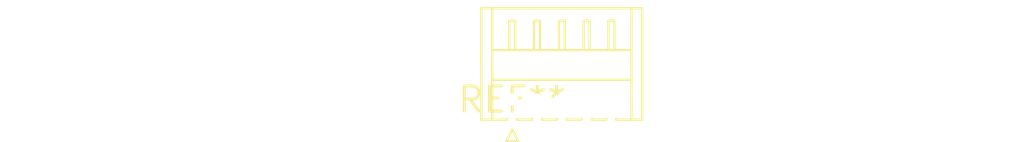
<source format=kicad_pcb>
(kicad_pcb (version 20240108) (generator pcbnew)
  (layers (0 "F.Cu" signal) (31 "B.Cu" signal) (34 "B.Paste" user) (35 "F.Paste" user) (36 "B.SilkS" user "B.Silkscreen") (37 "F.SilkS" user "F.Silkscreen") (38 "B.Mask" user) (39 "F.Mask" user) (44 "Edge.Cuts" user))
  (net 0 "")
  (footprint "Hirose_DF13-05P-1.25DS_1x05_P1.25mm_Horizontal" (layer "F.Cu") (at 0 0)
    (property "Reference" "REF**")
    (property "Value" "Hirose_DF13-05P-1.25DS_1x05_P1.25mm_Horizontal")
    (fp_line (start -1.56 -4.61) (end 6.56 -4.61) (layer "F.SilkS") (stroke (width 0.12)))
    (fp_line (start -1.56 1.01) (end -1.56 -4.61) (layer "F.SilkS") (stroke (width 0.12)))
    (fp_line (start -1.01 -4.61) (end -1.01 1.01) (layer "F.SilkS") (stroke (width 0.12)))
    (fp_line (start -1.01 -2.5) (end 6.01 -2.5) (layer "F.SilkS") (stroke (width 0.12)))
    (fp_line (start -1.01 -1) (end 6.01 -1) (layer "F.SilkS") (stroke (width 0.12)))
    (fp_line (start -0.3 2.1) (end 0.3 2.1) (layer "F.SilkS") (stroke (width 0.12)))
    (fp_line (start -0.25 0.96) (end -0.25 1.01) (layer "F.SilkS") (stroke (width 0.12)))
    (fp_line (start -0.25 1.01) (end -1.56 1.01) (layer "F.SilkS") (stroke (width 0.12)))
    (fp_line (start -0.15 -3.9625) (end 0 -4) (layer "F.SilkS") (stroke (width 0.12)))
    (fp_line (start -0.15 -2.5) (end -0.15 -3.9625) (layer "F.SilkS") (stroke (width 0.12)))
    (fp_line (start 0 -4) (end 0.15 -3.9625) (layer "F.SilkS") (stroke (width 0.12)))
    (fp_line (start 0 1.5) (end -0.3 2.1) (layer "F.SilkS") (stroke (width 0.12)))
    (fp_line (start 0.15 -3.9625) (end 0.15 -2.5) (layer "F.SilkS") (stroke (width 0.12)))
    (fp_line (start 0.25 0.96) (end 0.25 1.01) (layer "F.SilkS") (stroke (width 0.12)))
    (fp_line (start 0.25 1.01) (end 1 1.01) (layer "F.SilkS") (stroke (width 0.12)))
    (fp_line (start 0.3 2.1) (end 0 1.5) (layer "F.SilkS") (stroke (width 0.12)))
    (fp_line (start 1 1.01) (end 1 0.96) (layer "F.SilkS") (stroke (width 0.12)))
    (fp_line (start 1.1 -3.9625) (end 1.25 -4) (layer "F.SilkS") (stroke (width 0.12)))
    (fp_line (start 1.1 -2.5) (end 1.1 -3.9625) (layer "F.SilkS") (stroke (width 0.12)))
    (fp_line (start 1.25 -4) (end 1.4 -3.9625) (layer "F.SilkS") (stroke (width 0.12)))
    (fp_line (start 1.4 -3.9625) (end 1.4 -2.5) (layer "F.SilkS") (stroke (width 0.12)))
    (fp_line (start 1.5 0.96) (end 1.5 1.01) (layer "F.SilkS") (stroke (width 0.12)))
    (fp_line (start 1.5 1.01) (end 2.25 1.01) (layer "F.SilkS") (stroke (width 0.12)))
    (fp_line (start 2.25 1.01) (end 2.25 0.96) (layer "F.SilkS") (stroke (width 0.12)))
    (fp_line (start 2.35 -3.9625) (end 2.5 -4) (layer "F.SilkS") (stroke (width 0.12)))
    (fp_line (start 2.35 -2.5) (end 2.35 -3.9625) (layer "F.SilkS") (stroke (width 0.12)))
    (fp_line (start 2.5 -4) (end 2.65 -3.9625) (layer "F.SilkS") (stroke (width 0.12)))
    (fp_line (start 2.65 -3.9625) (end 2.65 -2.5) (layer "F.SilkS") (stroke (width 0.12)))
    (fp_line (start 2.75 0.96) (end 2.75 1.01) (layer "F.SilkS") (stroke (width 0.12)))
    (fp_line (start 2.75 1.01) (end 3.5 1.01) (layer "F.SilkS") (stroke (width 0.12)))
    (fp_line (start 3.5 1.01) (end 3.5 0.96) (layer "F.SilkS") (stroke (width 0.12)))
    (fp_line (start 3.6 -3.9625) (end 3.75 -4) (layer "F.SilkS") (stroke (width 0.12)))
    (fp_line (start 3.6 -2.5) (end 3.6 -3.9625) (layer "F.SilkS") (stroke (width 0.12)))
    (fp_line (start 3.75 -4) (end 3.9 -3.9625) (layer "F.SilkS") (stroke (width 0.12)))
    (fp_line (start 3.9 -3.9625) (end 3.9 -2.5) (layer "F.SilkS") (stroke (width 0.12)))
    (fp_line (start 4 0.96) (end 4 1.01) (layer "F.SilkS") (stroke (width 0.12)))
    (fp_line (start 4 1.01) (end 4.75 1.01) (layer "F.SilkS") (stroke (width 0.12)))
    (fp_line (start 4.75 1.01) (end 4.75 0.96) (layer "F.SilkS") (stroke (width 0.12)))
    (fp_line (start 4.85 -3.9625) (end 5 -4) (layer "F.SilkS") (stroke (width 0.12)))
    (fp_line (start 4.85 -2.5) (end 4.85 -3.9625) (layer "F.SilkS") (stroke (width 0.12)))
    (fp_line (start 5 -4) (end 5.15 -3.9625) (layer "F.SilkS") (stroke (width 0.12)))
    (fp_line (start 5.15 -3.9625) (end 5.15 -2.5) (layer "F.SilkS") (stroke (width 0.12)))
    (fp_line (start 5.25 1.01) (end 5.25 0.96) (layer "F.SilkS") (stroke (width 0.12)))
    (fp_line (start 6.01 -4.61) (end 6.01 1.01) (layer "F.SilkS") (stroke (width 0.12)))
    (fp_line (start 6.56 -4.61) (end 6.56 1.01) (layer "F.SilkS") (stroke (width 0.12)))
    (fp_line (start 6.56 1.01) (end 5.25 1.01) (layer "F.SilkS") (stroke (width 0.12)))
    (pad "1" thru_hole roundrect (at 0 0) (size 0.9 1.4) (drill 0.6) (layers *.Cu *.Mask) (remove_unused_layers))
    (pad "2" thru_hole oval (at 1.25 0) (size 0.9 1.4) (drill 0.6) (layers *.Cu *.Mask) (remove_unused_layers))
    (pad "3" thru_hole oval (at 2.5 0) (size 0.9 1.4) (drill 0.6) (layers *.Cu *.Mask) (remove_unused_layers))
    (pad "4" thru_hole oval (at 3.75 0) (size 0.9 1.4) (drill 0.6) (layers *.Cu *.Mask) (remove_unused_layers))
    (pad "5" thru_hole oval (at 5 0) (size 0.9 1.4) (drill 0.6) (layers *.Cu *.Mask) (remove_unused_layers))
  )
)
</source>
